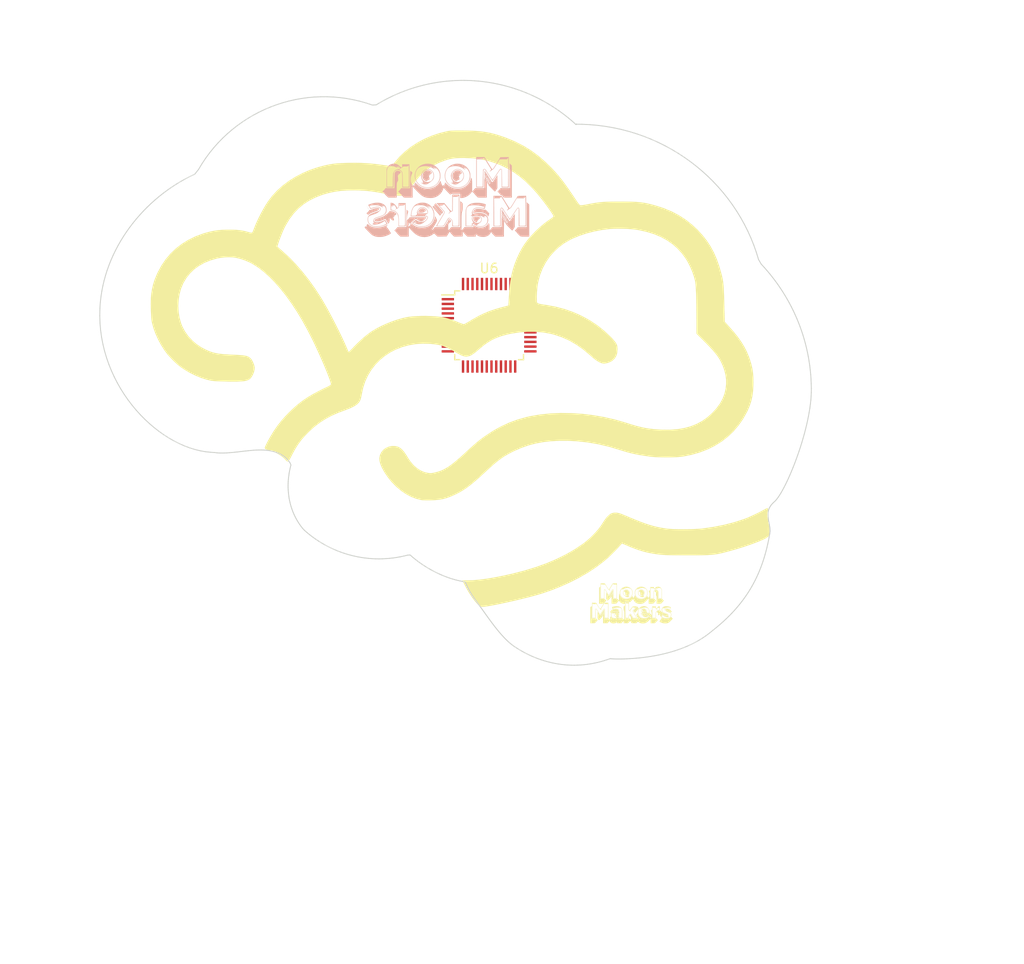
<source format=kicad_pcb>
(kicad_pcb (version 20171130) (host pcbnew "(5.1.4-0-10_14)")
  (layers (0 F.Cu signal) (31 B.Cu signal) (34 B.Paste user) (35 F.Paste user) (36 B.SilkS user) (37 F.SilkS user) (38 B.Mask user) (39 F.Mask user) (44 Edge.Cuts user))
  (net 0 "")
  (net 1 GND)
  (net 2 "Net-(U6-Pad1)")
  (net 3 "Net-(U6-Pad2)")
  (net 4 "Net-(U6-Pad3)")
  (net 5 "Net-(U6-Pad4)")
  (net 6 "Net-(U6-Pad5)")
  (net 7 "Net-(U6-Pad6)")
  (net 8 "Net-(U6-Pad7)")
  (net 9 "Net-(U6-Pad8)")
  (net 10 "Net-(U6-Pad9)")
  (net 11 "Net-(U6-Pad10)")
  (net 12 "Net-(U6-Pad11)")
  (net 13 "Net-(U6-Pad12)")
  (net 14 "Net-(U6-Pad13)")
  (net 15 "Net-(U6-Pad14)")
  (net 16 "Net-(U6-Pad15)")
  (net 17 "Net-(U6-Pad16)")
  (net 18 "Net-(U6-Pad17)")
  (net 19 "Net-(U6-Pad18)")
  (net 20 "Net-(U6-Pad19)")
  (net 21 "Net-(U6-Pad20)")
  (net 22 "Net-(U6-Pad21)")
  (net 23 "Net-(U6-Pad22)")
  (net 24 "Net-(U6-Pad23)")
  (net 25 "Net-(U6-Pad24)")
  (net 26 "Net-(U6-Pad25)")
  (net 27 "Net-(U6-Pad26)")
  (net 28 "Net-(U6-Pad27)")
  (net 29 "Net-(U6-Pad28)")
  (net 30 "Net-(U6-Pad29)")
  (net 31 "Net-(U6-Pad30)")
  (net 32 "Net-(U6-Pad31)")
  (net 33 "Net-(U6-Pad32)")
  (net 34 "Net-(U6-Pad33)")
  (net 35 "Net-(U6-Pad34)")
  (net 36 "Net-(U6-Pad37)")
  (net 37 "Net-(U6-Pad38)")
  (net 38 "Net-(U6-Pad39)")
  (net 39 "Net-(U6-Pad40)")
  (net 40 "Net-(U6-Pad41)")
  (net 41 "Net-(U6-Pad43)")
  (net 42 "Net-(U6-Pad44)")
  (net 43 "Net-(U6-Pad45)")
  (net 44 "Net-(U6-Pad46)")
  (net 45 "Net-(U6-Pad47)")
  (net 46 "Net-(U6-Pad48)")
  (module Aesthetics:MoonMakers_2 (layer F.Cu) (at 161.8 114.45)
    (fp_text reference G*** hide)
    (fp_text value LOGO hide)
  )
  (module Aesthetics:MoonMakers (layer B.Cu) (at 142.425 71.65 180)
    (fp_text reference G*** hide)
    (fp_text value LOGO hide)
  )
  (module Cerebro_001 (layer F.Cu) (at 143.275 87.9)
    (fp_text reference Ref** hide)
    (fp_text value Val** hide)
    (fp_line (start 1.235235 -28.620704) (end 0.98881 -28.626036) (layer Edge.Cuts) (width 0.1))
    (fp_line (start 1.63087 -28.606754) (end 1.235235 -28.620704) (layer Edge.Cuts) (width 0.1))
    (fp_line (start 2.026007 -28.581354) (end 1.63087 -28.606754) (layer Edge.Cuts) (width 0.1))
    (fp_line (start 2.420471 -28.548674) (end 2.026007 -28.581354) (layer Edge.Cuts) (width 0.1))
    (fp_line (start 2.814114 -28.507824) (end 2.420471 -28.548674) (layer Edge.Cuts) (width 0.1))
    (fp_line (start 3.206773 -28.457324) (end 2.814114 -28.507824) (layer Edge.Cuts) (width 0.1))
    (fp_line (start 3.598288 -28.398164) (end 3.206773 -28.457324) (layer Edge.Cuts) (width 0.1))
    (fp_line (start 3.988509 -28.330434) (end 3.598288 -28.398164) (layer Edge.Cuts) (width 0.1))
    (fp_line (start 4.377274 -28.253774) (end 3.988509 -28.330434) (layer Edge.Cuts) (width 0.1))
    (fp_line (start 4.764358 -28.168764) (end 4.377274 -28.253774) (layer Edge.Cuts) (width 0.1))
    (fp_line (start 5.149743 -28.074514) (end 4.764358 -28.168764) (layer Edge.Cuts) (width 0.1))
    (fp_line (start 5.533202 -27.971397) (end 5.149743 -28.074514) (layer Edge.Cuts) (width 0.1))
    (fp_line (start 5.91458 -27.8601) (end 5.533202 -27.971397) (layer Edge.Cuts) (width 0.1))
    (fp_line (start 6.293712 -27.739485) (end 5.91458 -27.8601) (layer Edge.Cuts) (width 0.1))
    (fp_line (start 6.670374 -27.610711) (end 6.293712 -27.739485) (layer Edge.Cuts) (width 0.1))
    (fp_line (start 7.044478 -27.473113) (end 6.670374 -27.610711) (layer Edge.Cuts) (width 0.1))
    (fp_line (start 7.415869 -27.326424) (end 7.044478 -27.473113) (layer Edge.Cuts) (width 0.1))
    (fp_line (start 7.78432 -27.171642) (end 7.415869 -27.326424) (layer Edge.Cuts) (width 0.1))
    (fp_line (start 8.149723 -27.007572) (end 7.78432 -27.171642) (layer Edge.Cuts) (width 0.1))
    (fp_line (start 8.512027 -26.835258) (end 8.149723 -27.007572) (layer Edge.Cuts) (width 0.1))
    (fp_line (start 8.871061 -26.654598) (end 8.512027 -26.835258) (layer Edge.Cuts) (width 0.1))
    (fp_line (start 9.226585 -26.464745) (end 8.871061 -26.654598) (layer Edge.Cuts) (width 0.1))
    (fp_line (start 9.578313 -26.266902) (end 9.226585 -26.464745) (layer Edge.Cuts) (width 0.1))
    (fp_line (start 9.926291 -26.060161) (end 9.578313 -26.266902) (layer Edge.Cuts) (width 0.1))
    (fp_line (start 10.270373 -25.844529) (end 9.926291 -26.060161) (layer Edge.Cuts) (width 0.1))
    (fp_line (start 10.610312 -25.620985) (end 10.270373 -25.844529) (layer Edge.Cuts) (width 0.1))
    (fp_line (start 10.945969 -25.388325) (end 10.610312 -25.620985) (layer Edge.Cuts) (width 0.1))
    (fp_line (start 11.277173 -25.147561) (end 10.945969 -25.388325) (layer Edge.Cuts) (width 0.1))
    (fp_line (start 11.60377 -24.898318) (end 11.277173 -25.147561) (layer Edge.Cuts) (width 0.1))
    (fp_line (start 11.925547 -24.640264) (end 11.60377 -24.898318) (layer Edge.Cuts) (width 0.1))
    (fp_line (start 12.242467 -24.374039) (end 11.925547 -24.640264) (layer Edge.Cuts) (width 0.1))
    (fp_line (start 12.554312 -24.099138) (end 12.242467 -24.374039) (layer Edge.Cuts) (width 0.1))
    (fp_line (start 12.655221 -24.004758) (end 12.554312 -24.099138) (layer Edge.Cuts) (width 0.1))
    (fp_line (start 12.658021 -24.004758) (end 12.655221 -24.004758) (layer Edge.Cuts) (width 0.1))
    (fp_line (start 12.660821 -24.004758) (end 12.658021 -24.004758) (layer Edge.Cuts) (width 0.1))
    (fp_line (start 12.663621 -24.004758) (end 12.660821 -24.004758) (layer Edge.Cuts) (width 0.1))
    (fp_line (start 12.666421 -24.004758) (end 12.663621 -24.004758) (layer Edge.Cuts) (width 0.1))
    (fp_line (start 12.669221 -24.004758) (end 12.666421 -24.004758) (layer Edge.Cuts) (width 0.1))
    (fp_line (start 12.672021 -24.004758) (end 12.669221 -24.004758) (layer Edge.Cuts) (width 0.1))
    (fp_line (start 12.674821 -24.004758) (end 12.672021 -24.004758) (layer Edge.Cuts) (width 0.1))
    (fp_line (start 12.677621 -24.004758) (end 12.674821 -24.004758) (layer Edge.Cuts) (width 0.1))
    (fp_line (start 12.680421 -24.004758) (end 12.677621 -24.004758) (layer Edge.Cuts) (width 0.1))
    (fp_line (start 12.683221 -24.004758) (end 12.680421 -24.004758) (layer Edge.Cuts) (width 0.1))
    (fp_line (start 12.686021 -24.004758) (end 12.683221 -24.004758) (layer Edge.Cuts) (width 0.1))
    (fp_line (start 12.688821 -24.004758) (end 12.686021 -24.004758) (layer Edge.Cuts) (width 0.1))
    (fp_line (start 12.691621 -24.004758) (end 12.688821 -24.004758) (layer Edge.Cuts) (width 0.1))
    (fp_line (start 12.694421 -24.004758) (end 12.691621 -24.004758) (layer Edge.Cuts) (width 0.1))
    (fp_line (start 12.697221 -24.004758) (end 12.694421 -24.004758) (layer Edge.Cuts) (width 0.1))
    (fp_line (start 12.700021 -24.004758) (end 12.697221 -24.004758) (layer Edge.Cuts) (width 0.1))
    (fp_line (start 12.702821 -24.004758) (end 12.700021 -24.004758) (layer Edge.Cuts) (width 0.1))
    (fp_line (start 12.705621 -24.004758) (end 12.702821 -24.004758) (layer Edge.Cuts) (width 0.1))
    (fp_line (start 12.708421 -24.004758) (end 12.705621 -24.004758) (layer Edge.Cuts) (width 0.1))
    (fp_line (start 12.711221 -24.004758) (end 12.708421 -24.004758) (layer Edge.Cuts) (width 0.1))
    (fp_line (start 12.714021 -24.004758) (end 12.711221 -24.004758) (layer Edge.Cuts) (width 0.1))
    (fp_line (start 12.716821 -24.004758) (end 12.714021 -24.004758) (layer Edge.Cuts) (width 0.1))
    (fp_line (start 12.719621 -24.004758) (end 12.716821 -24.004758) (layer Edge.Cuts) (width 0.1))
    (fp_line (start 12.722421 -24.004758) (end 12.719621 -24.004758) (layer Edge.Cuts) (width 0.1))
    (fp_line (start 12.725221 -24.004758) (end 12.722421 -24.004758) (layer Edge.Cuts) (width 0.1))
    (fp_line (start 12.728021 -24.004758) (end 12.725221 -24.004758) (layer Edge.Cuts) (width 0.1))
    (fp_line (start 12.730821 -24.004758) (end 12.728021 -24.004758) (layer Edge.Cuts) (width 0.1))
    (fp_line (start 12.733621 -24.004758) (end 12.730821 -24.004758) (layer Edge.Cuts) (width 0.1))
    (fp_line (start 12.736421 -24.004758) (end 12.733621 -24.004758) (layer Edge.Cuts) (width 0.1))
    (fp_line (start 12.739221 -24.004758) (end 12.736421 -24.004758) (layer Edge.Cuts) (width 0.1))
    (fp_line (start 12.742021 -24.004758) (end 12.739221 -24.004758) (layer Edge.Cuts) (width 0.1))
    (fp_line (start 13.320834 -23.998258) (end 12.742021 -24.004758) (layer Edge.Cuts) (width 0.1))
    (fp_line (start 14.176471 -23.956858) (end 13.320834 -23.998258) (layer Edge.Cuts) (width 0.1))
    (fp_line (start 15.022281 -23.879938) (end 14.176471 -23.956858) (layer Edge.Cuts) (width 0.1))
    (fp_line (start 15.857509 -23.769605) (end 15.022281 -23.879938) (layer Edge.Cuts) (width 0.1))
    (fp_line (start 16.681421 -23.624968) (end 15.857509 -23.769605) (layer Edge.Cuts) (width 0.1))
    (fp_line (start 17.493274 -23.448299) (end 16.681421 -23.624968) (layer Edge.Cuts) (width 0.1))
    (fp_line (start 18.292332 -23.239445) (end 17.493274 -23.448299) (layer Edge.Cuts) (width 0.1))
    (fp_line (start 19.077844 -22.999026) (end 18.292332 -23.239445) (layer Edge.Cuts) (width 0.1))
    (fp_line (start 19.84908 -22.728343) (end 19.077844 -22.999026) (layer Edge.Cuts) (width 0.1))
    (fp_line (start 20.605301 -22.427732) (end 19.84908 -22.728343) (layer Edge.Cuts) (width 0.1))
    (fp_line (start 21.345703 -22.098012) (end 20.605301 -22.427732) (layer Edge.Cuts) (width 0.1))
    (fp_line (start 22.069656 -21.73994) (end 21.345703 -22.098012) (layer Edge.Cuts) (width 0.1))
    (fp_line (start 22.776378 -21.354224) (end 22.069656 -21.73994) (layer Edge.Cuts) (width 0.1))
    (fp_line (start 23.465111 -20.941586) (end 22.776378 -21.354224) (layer Edge.Cuts) (width 0.1))
    (fp_line (start 24.135131 -20.502746) (end 23.465111 -20.941586) (layer Edge.Cuts) (width 0.1))
    (fp_line (start 24.785639 -20.038286) (end 24.135131 -20.502746) (layer Edge.Cuts) (width 0.1))
    (fp_line (start 25.416016 -19.549168) (end 24.785639 -20.038286) (layer Edge.Cuts) (width 0.1))
    (fp_line (start 26.025404 -19.03603) (end 25.416016 -19.549168) (layer Edge.Cuts) (width 0.1))
    (fp_line (start 26.613145 -18.499681) (end 26.025404 -19.03603) (layer Edge.Cuts) (width 0.1))
    (fp_line (start 27.178458 -17.940715) (end 26.613145 -18.499681) (layer Edge.Cuts) (width 0.1))
    (fp_line (start 27.720534 -17.359818) (end 27.178458 -17.940715) (layer Edge.Cuts) (width 0.1))
    (fp_line (start 28.238777 -16.757548) (end 27.720534 -17.359818) (layer Edge.Cuts) (width 0.1))
    (fp_line (start 28.732378 -16.135303) (end 28.238777 -16.757548) (layer Edge.Cuts) (width 0.1))
    (fp_line (start 29.200613 -15.493266) (end 28.732378 -16.135303) (layer Edge.Cuts) (width 0.1))
    (fp_line (start 29.642739 -14.832406) (end 29.200613 -15.493266) (layer Edge.Cuts) (width 0.1))
    (fp_line (start 30.057825 -14.153184) (end 29.642739 -14.832406) (layer Edge.Cuts) (width 0.1))
    (fp_line (start 30.445552 -13.456289) (end 30.057825 -14.153184) (layer Edge.Cuts) (width 0.1))
    (fp_line (start 30.804683 -12.742816) (end 30.445552 -13.456289) (layer Edge.Cuts) (width 0.1))
    (fp_line (start 31.134773 -12.012932) (end 30.804683 -12.742816) (layer Edge.Cuts) (width 0.1))
    (fp_line (start 31.435019 -11.267836) (end 31.134773 -12.012932) (layer Edge.Cuts) (width 0.1))
    (fp_line (start 31.704717 -10.507883) (end 31.435019 -11.267836) (layer Edge.Cuts) (width 0.1))
    (fp_line (start 31.942961 -9.734661) (end 31.704717 -10.507883) (layer Edge.Cuts) (width 0.1))
    (fp_line (start 32.225151 -9.252917) (end 31.942961 -9.734661) (layer Edge.Cuts) (width 0.1))
    (fp_line (start 32.535081 -8.915785) (end 32.225151 -9.252917) (layer Edge.Cuts) (width 0.1))
    (fp_line (start 32.837031 -8.571478) (end 32.535081 -8.915785) (layer Edge.Cuts) (width 0.1))
    (fp_line (start 33.131062 -8.220314) (end 32.837031 -8.571478) (layer Edge.Cuts) (width 0.1))
    (fp_line (start 33.416652 -7.862508) (end 33.131062 -8.220314) (layer Edge.Cuts) (width 0.1))
    (fp_line (start 33.693963 -7.498008) (end 33.416652 -7.862508) (layer Edge.Cuts) (width 0.1))
    (fp_line (start 33.962862 -7.127105) (end 33.693963 -7.498008) (layer Edge.Cuts) (width 0.1))
    (fp_line (start 34.222726 -6.749837) (end 33.962862 -7.127105) (layer Edge.Cuts) (width 0.1))
    (fp_line (start 34.474255 -6.366257) (end 34.222726 -6.749837) (layer Edge.Cuts) (width 0.1))
    (fp_line (start 34.716568 -5.976589) (end 34.474255 -6.366257) (layer Edge.Cuts) (width 0.1))
    (fp_line (start 34.950208 -5.581206) (end 34.716568 -5.976589) (layer Edge.Cuts) (width 0.1))
    (fp_line (start 35.174631 -5.180129) (end 34.950208 -5.581206) (layer Edge.Cuts) (width 0.1))
    (fp_line (start 35.389059 -4.773298) (end 35.174631 -5.180129) (layer Edge.Cuts) (width 0.1))
    (fp_line (start 35.594595 -4.361058) (end 35.389059 -4.773298) (layer Edge.Cuts) (width 0.1))
    (fp_line (start 35.790052 -3.943533) (end 35.594595 -4.361058) (layer Edge.Cuts) (width 0.1))
    (fp_line (start 35.976319 -3.520806) (end 35.790052 -3.943533) (layer Edge.Cuts) (width 0.1))
    (fp_line (start 36.151984 -3.092998) (end 35.976319 -3.520806) (layer Edge.Cuts) (width 0.1))
    (fp_line (start 36.318169 -2.660252) (end 36.151984 -3.092998) (layer Edge.Cuts) (width 0.1))
    (fp_line (start 36.473847 -2.222709) (end 36.318169 -2.660252) (layer Edge.Cuts) (width 0.1))
    (fp_line (start 36.619127 -1.780495) (end 36.473847 -2.222709) (layer Edge.Cuts) (width 0.1))
    (fp_line (start 36.754416 -1.333772) (end 36.619127 -1.780495) (layer Edge.Cuts) (width 0.1))
    (fp_line (start 36.878204 -0.882671) (end 36.754416 -1.333772) (layer Edge.Cuts) (width 0.1))
    (fp_line (start 36.992184 -0.427328) (end 36.878204 -0.882671) (layer Edge.Cuts) (width 0.1))
    (fp_line (start 37.094324 0.03213) (end 36.992184 -0.427328) (layer Edge.Cuts) (width 0.1))
    (fp_line (start 37.186194 0.495537) (end 37.094324 0.03213) (layer Edge.Cuts) (width 0.1))
    (fp_line (start 37.266254 0.962786) (end 37.186194 0.495537) (layer Edge.Cuts) (width 0.1))
    (fp_line (start 37.335474 1.433712) (end 37.266254 0.962786) (layer Edge.Cuts) (width 0.1))
    (fp_line (start 37.392724 1.90819) (end 37.335474 1.433712) (layer Edge.Cuts) (width 0.1))
    (fp_line (start 37.438864 2.386075) (end 37.392724 1.90819) (layer Edge.Cuts) (width 0.1))
    (fp_line (start 37.470934 2.867229) (end 37.438864 2.386075) (layer Edge.Cuts) (width 0.1))
    (fp_line (start 37.493944 3.351523) (end 37.470934 2.867229) (layer Edge.Cuts) (width 0.1))
    (fp_line (start 37.507244 3.838814) (end 37.493944 3.351523) (layer Edge.Cuts) (width 0.1))
    (fp_line (start 37.504044 4.261866) (end 37.507244 3.838814) (layer Edge.Cuts) (width 0.1))
    (fp_line (start 37.484694 4.664138) (end 37.504044 4.261866) (layer Edge.Cuts) (width 0.1))
    (fp_line (start 37.452064 5.078711) (end 37.484694 4.664138) (layer Edge.Cuts) (width 0.1))
    (fp_line (start 37.405984 5.504087) (end 37.452064 5.078711) (layer Edge.Cuts) (width 0.1))
    (fp_line (start 37.346824 5.938783) (end 37.405984 5.504087) (layer Edge.Cuts) (width 0.1))
    (fp_line (start 37.275034 6.381309) (end 37.346824 5.938783) (layer Edge.Cuts) (width 0.1))
    (fp_line (start 37.192474 6.830178) (end 37.275034 6.381309) (layer Edge.Cuts) (width 0.1))
    (fp_line (start 37.098834 7.283898) (end 37.192474 6.830178) (layer Edge.Cuts) (width 0.1))
    (fp_line (start 36.995063 7.740992) (end 37.098834 7.283898) (layer Edge.Cuts) (width 0.1))
    (fp_line (start 36.882725 8.199955) (end 36.995063 7.740992) (layer Edge.Cuts) (width 0.1))
    (fp_line (start 36.761327 8.659326) (end 36.882725 8.199955) (layer Edge.Cuts) (width 0.1))
    (fp_line (start 36.632769 9.117602) (end 36.761327 8.659326) (layer Edge.Cuts) (width 0.1))
    (fp_line (start 36.49753 9.573297) (end 36.632769 9.117602) (layer Edge.Cuts) (width 0.1))
    (fp_line (start 36.355941 10.024922) (end 36.49753 9.573297) (layer Edge.Cuts) (width 0.1))
    (fp_line (start 36.208703 10.470993) (end 36.355941 10.024922) (layer Edge.Cuts) (width 0.1))
    (fp_line (start 36.057293 10.910032) (end 36.208703 10.470993) (layer Edge.Cuts) (width 0.1))
    (fp_line (start 35.902238 11.340542) (end 36.057293 10.910032) (layer Edge.Cuts) (width 0.1))
    (fp_line (start 35.744266 11.761028) (end 35.902238 11.340542) (layer Edge.Cuts) (width 0.1))
    (fp_line (start 35.583799 12.170014) (end 35.744266 11.761028) (layer Edge.Cuts) (width 0.1))
    (fp_line (start 35.42189 12.566017) (end 35.583799 12.170014) (layer Edge.Cuts) (width 0.1))
    (fp_line (start 35.259255 12.947544) (end 35.42189 12.566017) (layer Edge.Cuts) (width 0.1))
    (fp_line (start 35.096767 13.313105) (end 35.259255 12.947544) (layer Edge.Cuts) (width 0.1))
    (fp_line (start 34.935103 13.661214) (end 35.096767 13.313105) (layer Edge.Cuts) (width 0.1))
    (fp_line (start 34.774796 13.99039) (end 34.935103 13.661214) (layer Edge.Cuts) (width 0.1))
    (fp_line (start 34.616877 14.299173) (end 34.774796 13.99039) (layer Edge.Cuts) (width 0.1))
    (fp_line (start 34.462376 14.586078) (end 34.616877 14.299173) (layer Edge.Cuts) (width 0.1))
    (fp_line (start 34.311895 14.849514) (end 34.462376 14.586078) (layer Edge.Cuts) (width 0.1))
    (fp_line (start 34.166024 15.088195) (end 34.311895 14.849514) (layer Edge.Cuts) (width 0.1))
    (fp_line (start 34.025349 15.299954) (end 34.166024 15.088195) (layer Edge.Cuts) (width 0.1))
    (fp_line (start 33.890896 15.484316) (end 34.025349 15.299954) (layer Edge.Cuts) (width 0.1))
    (fp_line (start 33.764001 15.639598) (end 33.890896 15.484316) (layer Edge.Cuts) (width 0.1))
    (fp_line (start 33.644125 15.763471) (end 33.764001 15.639598) (layer Edge.Cuts) (width 0.1))
    (fp_line (start 33.533639 15.860741) (end 33.644125 15.763471) (layer Edge.Cuts) (width 0.1))
    (fp_line (start 33.434199 15.957741) (end 33.533639 15.860741) (layer Edge.Cuts) (width 0.1))
    (fp_line (start 33.345099 16.054541) (end 33.434199 15.957741) (layer Edge.Cuts) (width 0.1))
    (fp_line (start 33.266739 16.151111) (end 33.345099 16.054541) (layer Edge.Cuts) (width 0.1))
    (fp_line (start 33.197489 16.247531) (end 33.266739 16.151111) (layer Edge.Cuts) (width 0.1))
    (fp_line (start 33.138099 16.343911) (end 33.197489 16.247531) (layer Edge.Cuts) (width 0.1))
    (fp_line (start 33.086409 16.440071) (end 33.138099 16.343911) (layer Edge.Cuts) (width 0.1))
    (fp_line (start 33.042859 16.536271) (end 33.086409 16.440071) (layer Edge.Cuts) (width 0.1))
    (fp_line (start 33.007609 16.632301) (end 33.042859 16.536271) (layer Edge.Cuts) (width 0.1))
    (fp_line (start 32.981359 16.728411) (end 33.007609 16.632301) (layer Edge.Cuts) (width 0.1))
    (fp_line (start 32.959329 16.824501) (end 32.981359 16.728411) (layer Edge.Cuts) (width 0.1))
    (fp_line (start 32.943409 16.920611) (end 32.959329 16.824501) (layer Edge.Cuts) (width 0.1))
    (fp_line (start 32.931209 17.016781) (end 32.943409 16.920611) (layer Edge.Cuts) (width 0.1))
    (fp_line (start 32.925058 17.113061) (end 32.931209 17.016781) (layer Edge.Cuts) (width 0.1))
    (fp_line (start 32.925209 17.209451) (end 32.925058 17.113061) (layer Edge.Cuts) (width 0.1))
    (fp_line (start 32.930609 17.305961) (end 32.925209 17.209451) (layer Edge.Cuts) (width 0.1))
    (fp_line (start 32.939109 17.402651) (end 32.930609 17.305961) (layer Edge.Cuts) (width 0.1))
    (fp_line (start 32.949649 17.499521) (end 32.939109 17.402651) (layer Edge.Cuts) (width 0.1))
    (fp_line (start 32.962939 17.596621) (end 32.949649 17.499521) (layer Edge.Cuts) (width 0.1))
    (fp_line (start 32.978789 17.693951) (end 32.962939 17.596621) (layer Edge.Cuts) (width 0.1))
    (fp_line (start 32.996549 17.791561) (end 32.978789 17.693951) (layer Edge.Cuts) (width 0.1))
    (fp_line (start 33.015139 17.889521) (end 32.996549 17.791561) (layer Edge.Cuts) (width 0.1))
    (fp_line (start 33.034389 17.987751) (end 33.015139 17.889521) (layer Edge.Cuts) (width 0.1))
    (fp_line (start 33.053869 18.086361) (end 33.034389 17.987751) (layer Edge.Cuts) (width 0.1))
    (fp_line (start 33.073159 18.185371) (end 33.053869 18.086361) (layer Edge.Cuts) (width 0.1))
    (fp_line (start 33.092079 18.284821) (end 33.073159 18.185371) (layer Edge.Cuts) (width 0.1))
    (fp_line (start 33.109629 18.384661) (end 33.092079 18.284821) (layer Edge.Cuts) (width 0.1))
    (fp_line (start 33.125249 18.485005) (end 33.109629 18.384661) (layer Edge.Cuts) (width 0.1))
    (fp_line (start 33.138489 18.585792) (end 33.125249 18.485005) (layer Edge.Cuts) (width 0.1))
    (fp_line (start 33.149789 18.687111) (end 33.138489 18.585792) (layer Edge.Cuts) (width 0.1))
    (fp_line (start 33.159089 18.788969) (end 33.149789 18.687111) (layer Edge.Cuts) (width 0.1))
    (fp_line (start 33.163359 18.891387) (end 33.159089 18.788969) (layer Edge.Cuts) (width 0.1))
    (fp_line (start 33.121539 19.173932) (end 33.163359 18.891387) (layer Edge.Cuts) (width 0.1))
    (fp_line (start 33.055129 19.543473) (end 33.121539 19.173932) (layer Edge.Cuts) (width 0.1))
    (fp_line (start 32.983289 19.909701) (end 33.055129 19.543473) (layer Edge.Cuts) (width 0.1))
    (fp_line (start 32.905309 20.272688) (end 32.983289 19.909701) (layer Edge.Cuts) (width 0.1))
    (fp_line (start 32.821629 20.632489) (end 32.905309 20.272688) (layer Edge.Cuts) (width 0.1))
    (fp_line (start 32.731929 20.989124) (end 32.821629 20.632489) (layer Edge.Cuts) (width 0.1))
    (fp_line (start 32.635139 21.342694) (end 32.731929 20.989124) (layer Edge.Cuts) (width 0.1))
    (fp_line (start 32.531603 21.693224) (end 32.635139 21.342694) (layer Edge.Cuts) (width 0.1))
    (fp_line (start 32.421168 22.04077) (end 32.531603 21.693224) (layer Edge.Cuts) (width 0.1))
    (fp_line (start 32.302642 22.385398) (end 32.421168 22.04077) (layer Edge.Cuts) (width 0.1))
    (fp_line (start 32.176303 22.72716) (end 32.302642 22.385398) (layer Edge.Cuts) (width 0.1))
    (fp_line (start 32.042222 23.066102) (end 32.176303 22.72716) (layer Edge.Cuts) (width 0.1))
    (fp_line (start 31.898926 23.402284) (end 32.042222 23.066102) (layer Edge.Cuts) (width 0.1))
    (fp_line (start 31.747485 23.735765) (end 31.898926 23.402284) (layer Edge.Cuts) (width 0.1))
    (fp_line (start 31.586511 24.066588) (end 31.747485 23.735765) (layer Edge.Cuts) (width 0.1))
    (fp_line (start 31.415767 24.39482) (end 31.586511 24.066588) (layer Edge.Cuts) (width 0.1))
    (fp_line (start 31.235979 24.720501) (end 31.415767 24.39482) (layer Edge.Cuts) (width 0.1))
    (fp_line (start 31.045245 25.043695) (end 31.235979 24.720501) (layer Edge.Cuts) (width 0.1))
    (fp_line (start 30.844742 25.364469) (end 31.045245 25.043695) (layer Edge.Cuts) (width 0.1))
    (fp_line (start 30.632965 25.682849) (end 30.844742 25.364469) (layer Edge.Cuts) (width 0.1))
    (fp_line (start 30.410564 25.998895) (end 30.632965 25.682849) (layer Edge.Cuts) (width 0.1))
    (fp_line (start 30.176361 26.312687) (end 30.410564 25.998895) (layer Edge.Cuts) (width 0.1))
    (fp_line (start 29.930818 26.624259) (end 30.176361 26.312687) (layer Edge.Cuts) (width 0.1))
    (fp_line (start 29.672905 26.933664) (end 29.930818 26.624259) (layer Edge.Cuts) (width 0.1))
    (fp_line (start 29.403015 27.240965) (end 29.672905 26.933664) (layer Edge.Cuts) (width 0.1))
    (fp_line (start 29.120184 27.546206) (end 29.403015 27.240965) (layer Edge.Cuts) (width 0.1))
    (fp_line (start 28.824465 27.849447) (end 29.120184 27.546206) (layer Edge.Cuts) (width 0.1))
    (fp_line (start 28.515445 28.150751) (end 28.824465 27.849447) (layer Edge.Cuts) (width 0.1))
    (fp_line (start 28.192814 28.450149) (end 28.515445 28.150751) (layer Edge.Cuts) (width 0.1))
    (fp_line (start 27.856245 28.747717) (end 28.192814 28.450149) (layer Edge.Cuts) (width 0.1))
    (fp_line (start 27.505413 29.043522) (end 27.856245 28.747717) (layer Edge.Cuts) (width 0.1))
    (fp_line (start 27.140017 29.337591) (end 27.505413 29.043522) (layer Edge.Cuts) (width 0.1))
    (fp_line (start 26.776476 29.63355) (end 27.140017 29.337591) (layer Edge.Cuts) (width 0.1))
    (fp_line (start 26.406856 29.912978) (end 26.776476 29.63355) (layer Edge.Cuts) (width 0.1))
    (fp_line (start 26.024268 30.172951) (end 26.406856 29.912978) (layer Edge.Cuts) (width 0.1))
    (fp_line (start 25.63031 30.414095) (end 26.024268 30.172951) (layer Edge.Cuts) (width 0.1))
    (fp_line (start 25.226535 30.637246) (end 25.63031 30.414095) (layer Edge.Cuts) (width 0.1))
    (fp_line (start 24.814482 30.843489) (end 25.226535 30.637246) (layer Edge.Cuts) (width 0.1))
    (fp_line (start 24.39574 31.032893) (end 24.814482 30.843489) (layer Edge.Cuts) (width 0.1))
    (fp_line (start 23.971856 31.205836) (end 24.39574 31.032893) (layer Edge.Cuts) (width 0.1))
    (fp_line (start 23.544387 31.363958) (end 23.971856 31.205836) (layer Edge.Cuts) (width 0.1))
    (fp_line (start 23.114903 31.507811) (end 23.544387 31.363958) (layer Edge.Cuts) (width 0.1))
    (fp_line (start 22.684966 31.637044) (end 23.114903 31.507811) (layer Edge.Cuts) (width 0.1))
    (fp_line (start 22.256131 31.753618) (end 22.684966 31.637044) (layer Edge.Cuts) (width 0.1))
    (fp_line (start 21.829966 31.856938) (end 22.256131 31.753618) (layer Edge.Cuts) (width 0.1))
    (fp_line (start 21.408028 31.949138) (end 21.829966 31.856938) (layer Edge.Cuts) (width 0.1))
    (fp_line (start 20.991871 32.029398) (end 21.408028 31.949138) (layer Edge.Cuts) (width 0.1))
    (fp_line (start 20.583071 32.099498) (end 20.991871 32.029398) (layer Edge.Cuts) (width 0.1))
    (fp_line (start 20.183185 32.159178) (end 20.583071 32.099498) (layer Edge.Cuts) (width 0.1))
    (fp_line (start 19.793764 32.210748) (end 20.183185 32.159178) (layer Edge.Cuts) (width 0.1))
    (fp_line (start 19.416374 32.253438) (end 19.793764 32.210748) (layer Edge.Cuts) (width 0.1))
    (fp_line (start 19.052588 32.287608) (end 19.416374 32.253438) (layer Edge.Cuts) (width 0.1))
    (fp_line (start 18.703958 32.313608) (end 19.052588 32.287608) (layer Edge.Cuts) (width 0.1))
    (fp_line (start 18.372042 32.335078) (end 18.703958 32.313608) (layer Edge.Cuts) (width 0.1))
    (fp_line (start 18.058404 32.350748) (end 18.372042 32.335078) (layer Edge.Cuts) (width 0.1))
    (fp_line (start 17.764669 32.362648) (end 18.058404 32.350748) (layer Edge.Cuts) (width 0.1))
    (fp_line (start 17.492286 32.370148) (end 17.764669 32.362648) (layer Edge.Cuts) (width 0.1))
    (fp_line (start 17.242998 32.372663) (end 17.492286 32.370148) (layer Edge.Cuts) (width 0.1))
    (fp_line (start 17.017849 32.371248) (end 17.242998 32.372663) (layer Edge.Cuts) (width 0.1))
    (fp_line (start 16.818869 32.366648) (end 17.017849 32.371248) (layer Edge.Cuts) (width 0.1))
    (fp_line (start 16.64783 32.359748) (end 16.818869 32.366648) (layer Edge.Cuts) (width 0.1))
    (fp_line (start 16.506065 32.351548) (end 16.64783 32.359748) (layer Edge.Cuts) (width 0.1))
    (fp_line (start 16.394521 32.342848) (end 16.506065 32.351548) (layer Edge.Cuts) (width 0.1))
    (fp_line (start 16.315991 32.334548) (end 16.394521 32.342848) (layer Edge.Cuts) (width 0.1))
    (fp_line (start 16.055492 32.419258) (end 16.315991 32.334548) (layer Edge.Cuts) (width 0.1))
    (fp_line (start 15.691929 32.537874) (end 16.055492 32.419258) (layer Edge.Cuts) (width 0.1))
    (fp_line (start 15.330247 32.642317) (end 15.691929 32.537874) (layer Edge.Cuts) (width 0.1))
    (fp_line (start 14.970585 32.734057) (end 15.330247 32.642317) (layer Edge.Cuts) (width 0.1))
    (fp_line (start 14.613068 32.812167) (end 14.970585 32.734057) (layer Edge.Cuts) (width 0.1))
    (fp_line (start 14.257841 32.877997) (end 14.613068 32.812167) (layer Edge.Cuts) (width 0.1))
    (fp_line (start 13.905041 32.931557) (end 14.257841 32.877997) (layer Edge.Cuts) (width 0.1))
    (fp_line (start 13.554795 32.972367) (end 13.905041 32.931557) (layer Edge.Cuts) (width 0.1))
    (fp_line (start 13.207264 33.000177) (end 13.554795 32.972367) (layer Edge.Cuts) (width 0.1))
    (fp_line (start 12.862568 33.019167) (end 13.207264 33.000177) (layer Edge.Cuts) (width 0.1))
    (fp_line (start 12.52086 33.027917) (end 12.862568 33.019167) (layer Edge.Cuts) (width 0.1))
    (fp_line (start 12.182268 33.022867) (end 12.52086 33.027917) (layer Edge.Cuts) (width 0.1))
    (fp_line (start 11.846933 33.008967) (end 12.182268 33.022867) (layer Edge.Cuts) (width 0.1))
    (fp_line (start 11.51499 32.981967) (end 11.846933 33.008967) (layer Edge.Cuts) (width 0.1))
    (fp_line (start 11.18658 32.946577) (end 11.51499 32.981967) (layer Edge.Cuts) (width 0.1))
    (fp_line (start 10.861833 32.902067) (end 11.18658 32.946577) (layer Edge.Cuts) (width 0.1))
    (fp_line (start 10.540906 32.847837) (end 10.861833 32.902067) (layer Edge.Cuts) (width 0.1))
    (fp_line (start 10.223918 32.785157) (end 10.540906 32.847837) (layer Edge.Cuts) (width 0.1))
    (fp_line (start 9.91102 32.712987) (end 10.223918 32.785157) (layer Edge.Cuts) (width 0.1))
    (fp_line (start 9.60235 32.632167) (end 9.91102 32.712987) (layer Edge.Cuts) (width 0.1))
    (fp_line (start 9.298028 32.543637) (end 9.60235 32.632167) (layer Edge.Cuts) (width 0.1))
    (fp_line (start 8.998225 32.446667) (end 9.298028 32.543637) (layer Edge.Cuts) (width 0.1))
    (fp_line (start 8.703018 32.342228) (end 8.998225 32.446667) (layer Edge.Cuts) (width 0.1))
    (fp_line (start 8.412576 32.230916) (end 8.703018 32.342228) (layer Edge.Cuts) (width 0.1))
    (fp_line (start 8.127201 32.112047) (end 8.412576 32.230916) (layer Edge.Cuts) (width 0.1))
    (fp_line (start 7.846788 31.986434) (end 8.127201 32.112047) (layer Edge.Cuts) (width 0.1))
    (fp_line (start 7.571483 31.854825) (end 7.846788 31.986434) (layer Edge.Cuts) (width 0.1))
    (fp_line (start 7.301511 31.716814) (end 7.571483 31.854825) (layer Edge.Cuts) (width 0.1))
    (fp_line (start 7.037255 31.572497) (end 7.301511 31.716814) (layer Edge.Cuts) (width 0.1))
    (fp_line (start 6.77838 31.423079) (end 7.037255 31.572497) (layer Edge.Cuts) (width 0.1))
    (fp_line (start 6.525182 31.268572) (end 6.77838 31.423079) (layer Edge.Cuts) (width 0.1))
    (fp_line (start 6.277922 31.10898) (end 6.525182 31.268572) (layer Edge.Cuts) (width 0.1))
    (fp_line (start 6.116797 30.99843) (end 6.277922 31.10898) (layer Edge.Cuts) (width 0.1))
    (fp_line (start 5.99583 30.91025) (end 6.116797 30.99843) (layer Edge.Cuts) (width 0.1))
    (fp_line (start 5.875107 30.81616) (end 5.99583 30.91025) (layer Edge.Cuts) (width 0.1))
    (fp_line (start 5.754654 30.716477) (end 5.875107 30.81616) (layer Edge.Cuts) (width 0.1))
    (fp_line (start 5.634576 30.6124) (end 5.754654 30.716477) (layer Edge.Cuts) (width 0.1))
    (fp_line (start 5.514995 30.503772) (end 5.634576 30.6124) (layer Edge.Cuts) (width 0.1))
    (fp_line (start 5.395918 30.391193) (end 5.514995 30.503772) (layer Edge.Cuts) (width 0.1))
    (fp_line (start 5.277484 30.27439) (end 5.395918 30.391193) (layer Edge.Cuts) (width 0.1))
    (fp_line (start 5.15974 30.154072) (end 5.277484 30.27439) (layer Edge.Cuts) (width 0.1))
    (fp_line (start 5.042768 30.030218) (end 5.15974 30.154072) (layer Edge.Cuts) (width 0.1))
    (fp_line (start 4.926627 29.903803) (end 5.042768 30.030218) (layer Edge.Cuts) (width 0.1))
    (fp_line (start 4.811307 29.774791) (end 4.926627 29.903803) (layer Edge.Cuts) (width 0.1))
    (fp_line (start 4.696927 29.643437) (end 4.811307 29.774791) (layer Edge.Cuts) (width 0.1))
    (fp_line (start 4.583607 29.510317) (end 4.696927 29.643437) (layer Edge.Cuts) (width 0.1))
    (fp_line (start 4.47141 29.3756) (end 4.583607 29.510317) (layer Edge.Cuts) (width 0.1))
    (fp_line (start 4.360578 29.239556) (end 4.47141 29.3756) (layer Edge.Cuts) (width 0.1))
    (fp_line (start 4.251065 29.102494) (end 4.360578 29.239556) (layer Edge.Cuts) (width 0.1))
    (fp_line (start 4.142929 28.964772) (end 4.251065 29.102494) (layer Edge.Cuts) (width 0.1))
    (fp_line (start 4.036069 28.82666) (end 4.142929 28.964772) (layer Edge.Cuts) (width 0.1))
    (fp_line (start 3.930847 28.688572) (end 4.036069 28.82666) (layer Edge.Cuts) (width 0.1))
    (fp_line (start 3.827412 28.550747) (end 3.930847 28.688572) (layer Edge.Cuts) (width 0.1))
    (fp_line (start 3.725655 28.413534) (end 3.827412 28.550747) (layer Edge.Cuts) (width 0.1))
    (fp_line (start 3.625565 28.277251) (end 3.725655 28.413534) (layer Edge.Cuts) (width 0.1))
    (fp_line (start 3.527115 28.142208) (end 3.625565 28.277251) (layer Edge.Cuts) (width 0.1))
    (fp_line (start 3.430735 28.009011) (end 3.527115 28.142208) (layer Edge.Cuts) (width 0.1))
    (fp_line (start 3.336305 27.877746) (end 3.430735 28.009011) (layer Edge.Cuts) (width 0.1))
    (fp_line (start 3.243625 27.748551) (end 3.336305 27.877746) (layer Edge.Cuts) (width 0.1))
    (fp_line (start 3.153225 27.622325) (end 3.243625 27.748551) (layer Edge.Cuts) (width 0.1))
    (fp_line (start 3.065325 27.498993) (end 3.153225 27.622325) (layer Edge.Cuts) (width 0.1))
    (fp_line (start 2.979545 27.378572) (end 3.065325 27.498993) (layer Edge.Cuts) (width 0.1))
    (fp_line (start 2.896055 27.261703) (end 2.979545 27.378572) (layer Edge.Cuts) (width 0.1))
    (fp_line (start 2.815495 27.148549) (end 2.896055 27.261703) (layer Edge.Cuts) (width 0.1))
    (fp_line (start 2.737175 27.039786) (end 2.815495 27.148549) (layer Edge.Cuts) (width 0.1))
    (fp_line (start 2.661115 26.935472) (end 2.737175 27.039786) (layer Edge.Cuts) (width 0.1))
    (fp_line (start 2.587765 26.834862) (end 2.661115 26.935472) (layer Edge.Cuts) (width 0.1))
    (fp_line (start 2.516225 26.737632) (end 2.587765 26.834862) (layer Edge.Cuts) (width 0.1))
    (fp_line (start 2.446645 26.643542) (end 2.516225 26.737632) (layer Edge.Cuts) (width 0.1))
    (fp_line (start 2.379535 26.552282) (end 2.446645 26.643542) (layer Edge.Cuts) (width 0.1))
    (fp_line (start 2.314695 26.464042) (end 2.379535 26.552282) (layer Edge.Cuts) (width 0.1))
    (fp_line (start 2.251325 26.378052) (end 2.314695 26.464042) (layer Edge.Cuts) (width 0.1))
    (fp_line (start 2.189525 26.294012) (end 2.251325 26.378052) (layer Edge.Cuts) (width 0.1))
    (fp_line (start 2.129915 26.212122) (end 2.189525 26.294012) (layer Edge.Cuts) (width 0.1))
    (fp_line (start 2.072025 26.131912) (end 2.129915 26.212122) (layer Edge.Cuts) (width 0.1))
    (fp_line (start 2.015385 26.052692) (end 2.072025 26.131912) (layer Edge.Cuts) (width 0.1))
    (fp_line (start 1.959955 25.974192) (end 2.015385 26.052692) (layer Edge.Cuts) (width 0.1))
    (fp_line (start 1.905625 25.896442) (end 1.959955 25.974192) (layer Edge.Cuts) (width 0.1))
    (fp_line (start 1.852575 25.819042) (end 1.905625 25.896442) (layer Edge.Cuts) (width 0.1))
    (fp_line (start 1.800785 25.741662) (end 1.852575 25.819042) (layer Edge.Cuts) (width 0.1))
    (fp_line (start 1.749995 25.664042) (end 1.800785 25.741662) (layer Edge.Cuts) (width 0.1))
    (fp_line (start 1.700135 25.585782) (end 1.749995 25.664042) (layer Edge.Cuts) (width 0.1))
    (fp_line (start 1.650925 25.506812) (end 1.700135 25.585782) (layer Edge.Cuts) (width 0.1))
    (fp_line (start 1.602065 25.427042) (end 1.650925 25.506812) (layer Edge.Cuts) (width 0.1))
    (fp_line (start 1.553695 25.345902) (end 1.602065 25.427042) (layer Edge.Cuts) (width 0.1))
    (fp_line (start 1.505825 25.262992) (end 1.553695 25.345902) (layer Edge.Cuts) (width 0.1))
    (fp_line (start 1.458355 25.178062) (end 1.505825 25.262992) (layer Edge.Cuts) (width 0.1))
    (fp_line (start 1.411095 25.091152) (end 1.458355 25.178062) (layer Edge.Cuts) (width 0.1))
    (fp_line (start 1.364025 25.001882) (end 1.411095 25.091152) (layer Edge.Cuts) (width 0.1))
    (fp_line (start 1.316985 24.909442) (end 1.364025 25.001882) (layer Edge.Cuts) (width 0.1))
    (fp_line (start 1.269935 24.814122) (end 1.316985 24.909442) (layer Edge.Cuts) (width 0.1))
    (fp_line (start 1.222735 24.714993) (end 1.269935 24.814122) (layer Edge.Cuts) (width 0.1))
    (fp_line (start 1.175265 24.612351) (end 1.222735 24.714993) (layer Edge.Cuts) (width 0.1))
    (fp_line (start 1.127325 24.505862) (end 1.175265 24.612351) (layer Edge.Cuts) (width 0.1))
    (fp_line (start 1.078915 24.395513) (end 1.127325 24.505862) (layer Edge.Cuts) (width 0.1))
    (fp_line (start 1.030215 24.280235) (end 1.078915 24.395513) (layer Edge.Cuts) (width 0.1))
    (fp_line (start 0.881487 24.219925) (end 1.030215 24.280235) (layer Edge.Cuts) (width 0.1))
    (fp_line (start 0.683127 24.185095) (end 0.881487 24.219925) (layer Edge.Cuts) (width 0.1))
    (fp_line (start 0.484461 24.145285) (end 0.683127 24.185095) (layer Edge.Cuts) (width 0.1))
    (fp_line (start 0.28564 24.101135) (end 0.484461 24.145285) (layer Edge.Cuts) (width 0.1))
    (fp_line (start 0.086779 24.052445) (end 0.28564 24.101135) (layer Edge.Cuts) (width 0.1))
    (fp_line (start -0.111923 23.998735) (end 0.086779 24.052445) (layer Edge.Cuts) (width 0.1))
    (fp_line (start -0.310417 23.941215) (end -0.111923 23.998735) (layer Edge.Cuts) (width 0.1))
    (fp_line (start -0.508477 23.878995) (end -0.310417 23.941215) (layer Edge.Cuts) (width 0.1))
    (fp_line (start -0.706039 23.813525) (end -0.508477 23.878995) (layer Edge.Cuts) (width 0.1))
    (fp_line (start -0.902956 23.743285) (end -0.706039 23.813525) (layer Edge.Cuts) (width 0.1))
    (fp_line (start -1.09912 23.669455) (end -0.902956 23.743285) (layer Edge.Cuts) (width 0.1))
    (fp_line (start -1.294284 23.591245) (end -1.09912 23.669455) (layer Edge.Cuts) (width 0.1))
    (fp_line (start -1.488302 23.509995) (end -1.294284 23.591245) (layer Edge.Cuts) (width 0.1))
    (fp_line (start -1.680955 23.424855) (end -1.488302 23.509995) (layer Edge.Cuts) (width 0.1))
    (fp_line (start -1.872302 23.336785) (end -1.680955 23.424855) (layer Edge.Cuts) (width 0.1))
    (fp_line (start -2.062302 23.244965) (end -1.872302 23.336785) (layer Edge.Cuts) (width 0.1))
    (fp_line (start -2.2508 23.149955) (end -2.062302 23.244965) (layer Edge.Cuts) (width 0.1))
    (fp_line (start -2.437424 23.051615) (end -2.2508 23.149955) (layer Edge.Cuts) (width 0.1))
    (fp_line (start -2.622133 22.949927) (end -2.437424 23.051615) (layer Edge.Cuts) (width 0.1))
    (fp_line (start -2.805057 22.845819) (end -2.622133 22.949927) (layer Edge.Cuts) (width 0.1))
    (fp_line (start -2.98582 22.738694) (end -2.805057 22.845819) (layer Edge.Cuts) (width 0.1))
    (fp_line (start -3.16399 22.628946) (end -2.98582 22.738694) (layer Edge.Cuts) (width 0.1))
    (fp_line (start -3.339832 22.516784) (end -3.16399 22.628946) (layer Edge.Cuts) (width 0.1))
    (fp_line (start -3.513071 22.401833) (end -3.339832 22.516784) (layer Edge.Cuts) (width 0.1))
    (fp_line (start -3.683222 22.284453) (end -3.513071 22.401833) (layer Edge.Cuts) (width 0.1))
    (fp_line (start -3.850868 22.164936) (end -3.683222 22.284453) (layer Edge.Cuts) (width 0.1))
    (fp_line (start -4.015523 22.042929) (end -3.850868 22.164936) (layer Edge.Cuts) (width 0.1))
    (fp_line (start -4.177143 21.918775) (end -4.015523 22.042929) (layer Edge.Cuts) (width 0.1))
    (fp_line (start -4.335696 21.792787) (end -4.177143 21.918775) (layer Edge.Cuts) (width 0.1))
    (fp_line (start -4.490476 21.665119) (end -4.335696 21.792787) (layer Edge.Cuts) (width 0.1))
    (fp_line (start -4.641766 21.535557) (end -4.490476 21.665119) (layer Edge.Cuts) (width 0.1))
    (fp_line (start -4.789086 21.404336) (end -4.641766 21.535557) (layer Edge.Cuts) (width 0.1))
    (fp_line (start -5.08395 21.428506) (end -4.789086 21.404336) (layer Edge.Cuts) (width 0.1))
    (fp_line (start -5.455108 21.519946) (end -5.08395 21.428506) (layer Edge.Cuts) (width 0.1))
    (fp_line (start -5.827571 21.598186) (end -5.455108 21.519946) (layer Edge.Cuts) (width 0.1))
    (fp_line (start -6.20107 21.664806) (end -5.827571 21.598186) (layer Edge.Cuts) (width 0.1))
    (fp_line (start -6.575306 21.718896) (end -6.20107 21.664806) (layer Edge.Cuts) (width 0.1))
    (fp_line (start -6.950006 21.760666) (end -6.575306 21.718896) (layer Edge.Cuts) (width 0.1))
    (fp_line (start -7.3249 21.788896) (end -6.950006 21.760666) (layer Edge.Cuts) (width 0.1))
    (fp_line (start -7.699697 21.807886) (end -7.3249 21.788896) (layer Edge.Cuts) (width 0.1))
    (fp_line (start -8.074127 21.815586) (end -7.699697 21.807886) (layer Edge.Cuts) (width 0.1))
    (fp_line (start -8.447897 21.810526) (end -8.074127 21.815586) (layer Edge.Cuts) (width 0.1))
    (fp_line (start -8.820739 21.791966) (end -8.447897 21.810526) (layer Edge.Cuts) (width 0.1))
    (fp_line (start -9.192367 21.761496) (end -8.820739 21.791966) (layer Edge.Cuts) (width 0.1))
    (fp_line (start -9.562508 21.720386) (end -9.192367 21.761496) (layer Edge.Cuts) (width 0.1))
    (fp_line (start -9.930879 21.667266) (end -9.562508 21.720386) (layer Edge.Cuts) (width 0.1))
    (fp_line (start -10.297201 21.602776) (end -9.930879 21.667266) (layer Edge.Cuts) (width 0.1))
    (fp_line (start -10.661183 21.526586) (end -10.297201 21.602776) (layer Edge.Cuts) (width 0.1))
    (fp_line (start -11.022572 21.439276) (end -10.661183 21.526586) (layer Edge.Cuts) (width 0.1))
    (fp_line (start -11.38106 21.340077) (end -11.022572 21.439276) (layer Edge.Cuts) (width 0.1))
    (fp_line (start -11.736378 21.23016) (end -11.38106 21.340077) (layer Edge.Cuts) (width 0.1))
    (fp_line (start -12.088247 21.108424) (end -11.736378 21.23016) (layer Edge.Cuts) (width 0.1))
    (fp_line (start -12.43639 20.9761) (end -12.088247 21.108424) (layer Edge.Cuts) (width 0.1))
    (fp_line (start -12.780523 20.832063) (end -12.43639 20.9761) (layer Edge.Cuts) (width 0.1))
    (fp_line (start -13.120366 20.677498) (end -12.780523 20.832063) (layer Edge.Cuts) (width 0.1))
    (fp_line (start -13.455648 20.51151) (end -13.120366 20.677498) (layer Edge.Cuts) (width 0.1))
    (fp_line (start -13.786083 20.335088) (end -13.455648 20.51151) (layer Edge.Cuts) (width 0.1))
    (fp_line (start -14.111395 20.147254) (end -13.786083 20.335088) (layer Edge.Cuts) (width 0.1))
    (fp_line (start -14.431288 19.949251) (end -14.111395 20.147254) (layer Edge.Cuts) (width 0.1))
    (fp_line (start -14.745506 19.73977) (end -14.431288 19.949251) (layer Edge.Cuts) (width 0.1))
    (fp_line (start -15.053751 19.520562) (end -14.745506 19.73977) (layer Edge.Cuts) (width 0.1))
    (fp_line (start -15.355743 19.289907) (end -15.053751 19.520562) (layer Edge.Cuts) (width 0.1))
    (fp_line (start -15.651273 19.04933) (end -15.355743 19.289907) (layer Edge.Cuts) (width 0.1))
    (fp_line (start -15.939872 18.798027) (end -15.651273 19.04933) (layer Edge.Cuts) (width 0.1))
    (fp_line (start -16.13951 18.583223) (end -15.939872 18.798027) (layer Edge.Cuts) (width 0.1))
    (fp_line (start -16.289033 18.388667) (end -16.13951 18.583223) (layer Edge.Cuts) (width 0.1))
    (fp_line (start -16.430633 18.190987) (end -16.289033 18.388667) (layer Edge.Cuts) (width 0.1))
    (fp_line (start -16.563579 17.990704) (end -16.430633 18.190987) (layer Edge.Cuts) (width 0.1))
    (fp_line (start -16.687758 17.787992) (end -16.563579 17.990704) (layer Edge.Cuts) (width 0.1))
    (fp_line (start -16.804469 17.582599) (end -16.687758 17.787992) (layer Edge.Cuts) (width 0.1))
    (fp_line (start -16.912567 17.374867) (end -16.804469 17.582599) (layer Edge.Cuts) (width 0.1))
    (fp_line (start -17.012737 17.165256) (end -16.912567 17.374867) (layer Edge.Cuts) (width 0.1))
    (fp_line (start -17.105597 16.953579) (end -17.012737 17.165256) (layer Edge.Cuts) (width 0.1))
    (fp_line (start -17.190037 16.739855) (end -17.105597 16.953579) (layer Edge.Cuts) (width 0.1))
    (fp_line (start -17.267097 16.524593) (end -17.190037 16.739855) (layer Edge.Cuts) (width 0.1))
    (fp_line (start -17.337137 16.307971) (end -17.267097 16.524593) (layer Edge.Cuts) (width 0.1))
    (fp_line (start -17.399397 16.09023) (end -17.337137 16.307971) (layer Edge.Cuts) (width 0.1))
    (fp_line (start -17.454607 15.871375) (end -17.399397 16.09023) (layer Edge.Cuts) (width 0.1))
    (fp_line (start -17.503407 15.651454) (end -17.454607 15.871375) (layer Edge.Cuts) (width 0.1))
    (fp_line (start -17.544767 15.430738) (end -17.503407 15.651454) (layer Edge.Cuts) (width 0.1))
    (fp_line (start -17.578767 15.20943) (end -17.544767 15.430738) (layer Edge.Cuts) (width 0.1))
    (fp_line (start -17.604807 14.987631) (end -17.578767 15.20943) (layer Edge.Cuts) (width 0.1))
    (fp_line (start -17.626467 14.765566) (end -17.604807 14.987631) (layer Edge.Cuts) (width 0.1))
    (fp_line (start -17.641577 14.543328) (end -17.626467 14.765566) (layer Edge.Cuts) (width 0.1))
    (fp_line (start -17.652377 14.32115) (end -17.641577 14.543328) (layer Edge.Cuts) (width 0.1))
    (fp_line (start -17.655115 14.099165) (end -17.652377 14.32115) (layer Edge.Cuts) (width 0.1))
    (fp_line (start -17.649815 13.877569) (end -17.655115 14.099165) (layer Edge.Cuts) (width 0.1))
    (fp_line (start -17.640665 13.656407) (end -17.649815 13.877569) (layer Edge.Cuts) (width 0.1))
    (fp_line (start -17.625155 13.435999) (end -17.640665 13.656407) (layer Edge.Cuts) (width 0.1))
    (fp_line (start -17.602385 13.216326) (end -17.625155 13.435999) (layer Edge.Cuts) (width 0.1))
    (fp_line (start -17.574465 12.997658) (end -17.602385 13.216326) (layer Edge.Cuts) (width 0.1))
    (fp_line (start -17.541545 12.780303) (end -17.574465 12.997658) (layer Edge.Cuts) (width 0.1))
    (fp_line (start -17.503405 12.564444) (end -17.541545 12.780303) (layer Edge.Cuts) (width 0.1))
    (fp_line (start -17.460625 12.350062) (end -17.503405 12.564444) (layer Edge.Cuts) (width 0.1))
    (fp_line (start -17.412435 12.137159) (end -17.460625 12.350062) (layer Edge.Cuts) (width 0.1))
    (fp_line (start -17.358535 11.925975) (end -17.412435 12.137159) (layer Edge.Cuts) (width 0.1))
    (fp_line (start -17.448854 11.688981) (end -17.358535 11.925975) (layer Edge.Cuts) (width 0.1))
    (fp_line (start -17.623267 11.462441) (end -17.448854 11.688981) (layer Edge.Cuts) (width 0.1))
    (fp_line (start -17.810117 11.260874) (end -17.623267 11.462441) (layer Edge.Cuts) (width 0.1))
    (fp_line (start -18.0071 11.083311) (end -17.810117 11.260874) (layer Edge.Cuts) (width 0.1))
    (fp_line (start -18.215235 10.928486) (end -18.0071 11.083311) (layer Edge.Cuts) (width 0.1))
    (fp_line (start -18.432656 10.794874) (end -18.215235 10.928486) (layer Edge.Cuts) (width 0.1))
    (fp_line (start -18.658946 10.681331) (end -18.432656 10.794874) (layer Edge.Cuts) (width 0.1))
    (fp_line (start -18.894164 10.586231) (end -18.658946 10.681331) (layer Edge.Cuts) (width 0.1))
    (fp_line (start -19.136787 10.509021) (end -18.894164 10.586231) (layer Edge.Cuts) (width 0.1))
    (fp_line (start -19.386629 10.448081) (end -19.136787 10.509021) (layer Edge.Cuts) (width 0.1))
    (fp_line (start -19.64313 10.401601) (end -19.386629 10.448081) (layer Edge.Cuts) (width 0.1))
    (fp_line (start -19.905369 10.371541) (end -19.64313 10.401601) (layer Edge.Cuts) (width 0.1))
    (fp_line (start -20.172728 10.349971) (end -19.905369 10.371541) (layer Edge.Cuts) (width 0.1))
    (fp_line (start -20.4447 10.337807) (end -20.172728 10.349971) (layer Edge.Cuts) (width 0.1))
    (fp_line (start -20.720665 10.338671) (end -20.4447 10.337807) (layer Edge.Cuts) (width 0.1))
    (fp_line (start -20.99994 10.346951) (end -20.720665 10.338671) (layer Edge.Cuts) (width 0.1))
    (fp_line (start -21.281955 10.362771) (end -20.99994 10.346951) (layer Edge.Cuts) (width 0.1))
    (fp_line (start -21.565912 10.386241) (end -21.281955 10.362771) (layer Edge.Cuts) (width 0.1))
    (fp_line (start -21.851199 10.414001) (end -21.565912 10.386241) (layer Edge.Cuts) (width 0.1))
    (fp_line (start -22.137232 10.444481) (end -21.851199 10.414001) (layer Edge.Cuts) (width 0.1))
    (fp_line (start -22.423372 10.477101) (end -22.137232 10.444481) (layer Edge.Cuts) (width 0.1))
    (fp_line (start -22.708958 10.510561) (end -22.423372 10.477101) (layer Edge.Cuts) (width 0.1))
    (fp_line (start -22.993292 10.543211) (end -22.708958 10.510561) (layer Edge.Cuts) (width 0.1))
    (fp_line (start -23.275769 10.573851) (end -22.993292 10.543211) (layer Edge.Cuts) (width 0.1))
    (fp_line (start -23.55592 10.600391) (end -23.275769 10.573851) (layer Edge.Cuts) (width 0.1))
    (fp_line (start -23.832857 10.623561) (end -23.55592 10.600391) (layer Edge.Cuts) (width 0.1))
    (fp_line (start -24.106234 10.642441) (end -23.832857 10.623561) (layer Edge.Cuts) (width 0.1))
    (fp_line (start -24.37508 10.655841) (end -24.106234 10.642441) (layer Edge.Cuts) (width 0.1))
    (fp_line (start -24.638783 10.659699) (end -24.37508 10.655841) (layer Edge.Cuts) (width 0.1))
    (fp_line (start -24.896872 10.654079) (end -24.638783 10.659699) (layer Edge.Cuts) (width 0.1))
    (fp_line (start -25.148981 10.636359) (end -24.896872 10.654079) (layer Edge.Cuts) (width 0.1))
    (fp_line (start -25.393815 10.605939) (end -25.148981 10.636359) (layer Edge.Cuts) (width 0.1))
    (fp_line (start -25.830824 10.577549) (end -25.393815 10.605939) (layer Edge.Cuts) (width 0.1))
    (fp_line (start -26.372313 10.518769) (end -25.830824 10.577549) (layer Edge.Cuts) (width 0.1))
    (fp_line (start -26.917917 10.421757) (end -26.372313 10.518769) (layer Edge.Cuts) (width 0.1))
    (fp_line (start -27.466044 10.288124) (end -26.917917 10.421757) (layer Edge.Cuts) (width 0.1))
    (fp_line (start -28.015138 10.117558) (end -27.466044 10.288124) (layer Edge.Cuts) (width 0.1))
    (fp_line (start -28.563646 9.91239) (end -28.015138 10.117558) (layer Edge.Cuts) (width 0.1))
    (fp_line (start -29.110003 9.672296) (end -28.563646 9.91239) (layer Edge.Cuts) (width 0.1))
    (fp_line (start -29.652617 9.399288) (end -29.110003 9.672296) (layer Edge.Cuts) (width 0.1))
    (fp_line (start -30.189963 9.093848) (end -29.652617 9.399288) (layer Edge.Cuts) (width 0.1))
    (fp_line (start -30.720446 8.757067) (end -30.189963 9.093848) (layer Edge.Cuts) (width 0.1))
    (fp_line (start -31.242525 8.389935) (end -30.720446 8.757067) (layer Edge.Cuts) (width 0.1))
    (fp_line (start -31.754627 7.993421) (end -31.242525 8.389935) (layer Edge.Cuts) (width 0.1))
    (fp_line (start -32.255189 7.568526) (end -31.754627 7.993421) (layer Edge.Cuts) (width 0.1))
    (fp_line (start -32.742647 7.116227) (end -32.255189 7.568526) (layer Edge.Cuts) (width 0.1))
    (fp_line (start -33.215436 6.637481) (end -32.742647 7.116227) (layer Edge.Cuts) (width 0.1))
    (fp_line (start -33.671995 6.133304) (end -33.215436 6.637481) (layer Edge.Cuts) (width 0.1))
    (fp_line (start -34.110757 5.604662) (end -33.671995 6.133304) (layer Edge.Cuts) (width 0.1))
    (fp_line (start -34.53016 5.052548) (end -34.110757 5.604662) (layer Edge.Cuts) (width 0.1))
    (fp_line (start -34.928641 4.477935) (end -34.53016 5.052548) (layer Edge.Cuts) (width 0.1))
    (fp_line (start -35.304634 3.881807) (end -34.928641 4.477935) (layer Edge.Cuts) (width 0.1))
    (fp_line (start -35.656577 3.265148) (end -35.304634 3.881807) (layer Edge.Cuts) (width 0.1))
    (fp_line (start -35.982905 2.628943) (end -35.656577 3.265148) (layer Edge.Cuts) (width 0.1))
    (fp_line (start -36.28206 1.974179) (end -35.982905 2.628943) (layer Edge.Cuts) (width 0.1))
    (fp_line (start -36.552473 1.301826) (end -36.28206 1.974179) (layer Edge.Cuts) (width 0.1))
    (fp_line (start -36.79258 0.612882) (end -36.552473 1.301826) (layer Edge.Cuts) (width 0.1))
    (fp_line (start -37.000818 -0.091683) (end -36.79258 0.612882) (layer Edge.Cuts) (width 0.1))
    (fp_line (start -37.175602 -0.810888) (end -37.000818 -0.091683) (layer Edge.Cuts) (width 0.1))
    (fp_line (start -37.315386 -1.543739) (end -37.175602 -0.810888) (layer Edge.Cuts) (width 0.1))
    (fp_line (start -37.418672 -2.289257) (end -37.315386 -1.543739) (layer Edge.Cuts) (width 0.1))
    (fp_line (start -37.483758 -3.046469) (end -37.418672 -2.289257) (layer Edge.Cuts) (width 0.1))
    (fp_line (start -37.509451 -3.814375) (end -37.483758 -3.046469) (layer Edge.Cuts) (width 0.1))
    (fp_line (start -37.493351 -4.592003) (end -37.509451 -3.814375) (layer Edge.Cuts) (width 0.1))
    (fp_line (start -37.446984 -5.240288) (end -37.493351 -4.592003) (layer Edge.Cuts) (width 0.1))
    (fp_line (start -37.381916 -5.815615) (end -37.446984 -5.240288) (layer Edge.Cuts) (width 0.1))
    (fp_line (start -37.294296 -6.38551) (end -37.381916 -5.815615) (layer Edge.Cuts) (width 0.1))
    (fp_line (start -37.184801 -6.949583) (end -37.294296 -6.38551) (layer Edge.Cuts) (width 0.1))
    (fp_line (start -37.05382 -7.507435) (end -37.184801 -6.949583) (layer Edge.Cuts) (width 0.1))
    (fp_line (start -36.902054 -8.058657) (end -37.05382 -7.507435) (layer Edge.Cuts) (width 0.1))
    (fp_line (start -36.730051 -8.602829) (end -36.902054 -8.058657) (layer Edge.Cuts) (width 0.1))
    (fp_line (start -36.538289 -9.139579) (end -36.730051 -8.602829) (layer Edge.Cuts) (width 0.1))
    (fp_line (start -36.327447 -9.66847) (end -36.538289 -9.139579) (layer Edge.Cuts) (width 0.1))
    (fp_line (start -36.097997 -10.189118) (end -36.327447 -9.66847) (layer Edge.Cuts) (width 0.1))
    (fp_line (start -35.85053 -10.70111) (end -36.097997 -10.189118) (layer Edge.Cuts) (width 0.1))
    (fp_line (start -35.585646 -11.204037) (end -35.85053 -10.70111) (layer Edge.Cuts) (width 0.1))
    (fp_line (start -35.303874 -11.697498) (end -35.585646 -11.204037) (layer Edge.Cuts) (width 0.1))
    (fp_line (start -35.0058 -12.181102) (end -35.303874 -11.697498) (layer Edge.Cuts) (width 0.1))
    (fp_line (start -34.691978 -12.654414) (end -35.0058 -12.181102) (layer Edge.Cuts) (width 0.1))
    (fp_line (start -34.362978 -13.117059) (end -34.691978 -12.654414) (layer Edge.Cuts) (width 0.1))
    (fp_line (start -34.019364 -13.568611) (end -34.362978 -13.117059) (layer Edge.Cuts) (width 0.1))
    (fp_line (start -33.6617 -14.008695) (end -34.019364 -13.568611) (layer Edge.Cuts) (width 0.1))
    (fp_line (start -33.290553 -14.436884) (end -33.6617 -14.008695) (layer Edge.Cuts) (width 0.1))
    (fp_line (start -32.906488 -14.852764) (end -33.290553 -14.436884) (layer Edge.Cuts) (width 0.1))
    (fp_line (start -32.510071 -15.255958) (end -32.906488 -14.852764) (layer Edge.Cuts) (width 0.1))
    (fp_line (start -32.101866 -15.646022) (end -32.510071 -15.255958) (layer Edge.Cuts) (width 0.1))
    (fp_line (start -31.682439 -16.022473) (end -32.101866 -15.646022) (layer Edge.Cuts) (width 0.1))
    (fp_line (start -31.252355 -16.385145) (end -31.682439 -16.022473) (layer Edge.Cuts) (width 0.1))
    (fp_line (start -30.81218 -16.733438) (end -31.252355 -16.385145) (layer Edge.Cuts) (width 0.1))
    (fp_line (start -30.362481 -17.067053) (end -30.81218 -16.733438) (layer Edge.Cuts) (width 0.1))
    (fp_line (start -29.903822 -17.385583) (end -30.362481 -17.067053) (layer Edge.Cuts) (width 0.1))
    (fp_line (start -29.436761 -17.688543) (end -29.903822 -17.385583) (layer Edge.Cuts) (width 0.1))
    (fp_line (start -28.961875 -17.975322) (end -29.436761 -17.688543) (layer Edge.Cuts) (width 0.1))
    (fp_line (start -28.479718 -18.245956) (end -28.961875 -17.975322) (layer Edge.Cuts) (width 0.1))
    (fp_line (start -27.990868 -18.500158) (end -28.479718 -18.245956) (layer Edge.Cuts) (width 0.1))
    (fp_line (start -27.495878 -18.736954) (end -27.990868 -18.500158) (layer Edge.Cuts) (width 0.1))
    (fp_line (start -27.100637 -19.2292) (end -27.495878 -18.736954) (layer Edge.Cuts) (width 0.1))
    (fp_line (start -26.734387 -19.836625) (end -27.100637 -19.2292) (layer Edge.Cuts) (width 0.1))
    (fp_line (start -26.343693 -20.421719) (end -26.734387 -19.836625) (layer Edge.Cuts) (width 0.1))
    (fp_line (start -25.92956 -20.984142) (end -26.343693 -20.421719) (layer Edge.Cuts) (width 0.1))
    (fp_line (start -25.492943 -21.523517) (end -25.92956 -20.984142) (layer Edge.Cuts) (width 0.1))
    (fp_line (start -25.034815 -22.039469) (end -25.492943 -21.523517) (layer Edge.Cuts) (width 0.1))
    (fp_line (start -24.55616 -22.531634) (end -25.034815 -22.039469) (layer Edge.Cuts) (width 0.1))
    (fp_line (start -24.057941 -22.999638) (end -24.55616 -22.531634) (layer Edge.Cuts) (width 0.1))
    (fp_line (start -23.541131 -23.443113) (end -24.057941 -22.999638) (layer Edge.Cuts) (width 0.1))
    (fp_line (start -23.006721 -23.861699) (end -23.541131 -23.443113) (layer Edge.Cuts) (width 0.1))
    (fp_line (start -22.45565 -24.255011) (end -23.006721 -23.861699) (layer Edge.Cuts) (width 0.1))
    (fp_line (start -21.88894 -24.622683) (end -22.45565 -24.255011) (layer Edge.Cuts) (width 0.1))
    (fp_line (start -21.307516 -24.964359) (end -21.88894 -24.622683) (layer Edge.Cuts) (width 0.1))
    (fp_line (start -20.712379 -25.279669) (end -21.307516 -24.964359) (layer Edge.Cuts) (width 0.1))
    (fp_line (start -20.104494 -25.568285) (end -20.712379 -25.279669) (layer Edge.Cuts) (width 0.1))
    (fp_line (start -19.484841 -25.829777) (end -20.104494 -25.568285) (layer Edge.Cuts) (width 0.1))
    (fp_line (start -18.854387 -26.063405) (end -19.484841 -25.829777) (layer Edge.Cuts) (width 0.1))
    (fp_line (start -18.214103 -26.269531) (end -18.854387 -26.063405) (layer Edge.Cuts) (width 0.1))
    (fp_line (start -17.564964 -26.447768) (end -18.214103 -26.269531) (layer Edge.Cuts) (width 0.1))
    (fp_line (start -16.907953 -26.597011) (end -17.564964 -26.447768) (layer Edge.Cuts) (width 0.1))
    (fp_line (start -16.244026 -26.717123) (end -16.907953 -26.597011) (layer Edge.Cuts) (width 0.1))
    (fp_line (start -15.574185 -26.808283) (end -16.244026 -26.717123) (layer Edge.Cuts) (width 0.1))
    (fp_line (start -14.899368 -26.869513) (end -15.574185 -26.808283) (layer Edge.Cuts) (width 0.1))
    (fp_line (start -14.220572 -26.899743) (end -14.899368 -26.869513) (layer Edge.Cuts) (width 0.1))
    (fp_line (start -13.538768 -26.902343) (end -14.220572 -26.899743) (layer Edge.Cuts) (width 0.1))
    (fp_line (start -12.854915 -26.870523) (end -13.538768 -26.902343) (layer Edge.Cuts) (width 0.1))
    (fp_line (start -12.170002 -26.809143) (end -12.854915 -26.870523) (layer Edge.Cuts) (width 0.1))
    (fp_line (start -11.485 -26.716741) (end -12.170002 -26.809143) (layer Edge.Cuts) (width 0.1))
    (fp_line (start -10.800873 -26.591845) (end -11.485 -26.716741) (layer Edge.Cuts) (width 0.1))
    (fp_line (start -10.118617 -26.435252) (end -10.800873 -26.591845) (layer Edge.Cuts) (width 0.1))
    (fp_line (start -9.439166 -26.245257) (end -10.118617 -26.435252) (layer Edge.Cuts) (width 0.1))
    (fp_line (start -8.763535 -26.023009) (end -9.439166 -26.245257) (layer Edge.Cuts) (width 0.1))
    (fp_line (start -8.356073 -26.053187) (end -8.763535 -26.023009) (layer Edge.Cuts) (width 0.1))
    (fp_line (start -8.078705 -26.219084) (end -8.356073 -26.053187) (layer Edge.Cuts) (width 0.1))
    (fp_line (start -7.799197 -26.37973) (end -8.078705 -26.219084) (layer Edge.Cuts) (width 0.1))
    (fp_line (start -7.517588 -26.534431) (end -7.799197 -26.37973) (layer Edge.Cuts) (width 0.1))
    (fp_line (start -7.234081 -26.683067) (end -7.517588 -26.534431) (layer Edge.Cuts) (width 0.1))
    (fp_line (start -6.948761 -26.826662) (end -7.234081 -26.683067) (layer Edge.Cuts) (width 0.1))
    (fp_line (start -6.661601 -26.964994) (end -6.948761 -26.826662) (layer Edge.Cuts) (width 0.1))
    (fp_line (start -6.372747 -27.097427) (end -6.661601 -26.964994) (layer Edge.Cuts) (width 0.1))
    (fp_line (start -6.082237 -27.223883) (end -6.372747 -27.097427) (layer Edge.Cuts) (width 0.1))
    (fp_line (start -5.790141 -27.345211) (end -6.082237 -27.223883) (layer Edge.Cuts) (width 0.1))
    (fp_line (start -5.496519 -27.46135) (end -5.790141 -27.345211) (layer Edge.Cuts) (width 0.1))
    (fp_line (start -5.201486 -27.571575) (end -5.496519 -27.46135) (layer Edge.Cuts) (width 0.1))
    (fp_line (start -4.905071 -27.675987) (end -5.201486 -27.571575) (layer Edge.Cuts) (width 0.1))
    (fp_line (start -4.607375 -27.775217) (end -4.905071 -27.675987) (layer Edge.Cuts) (width 0.1))
    (fp_line (start -4.308466 -27.869247) (end -4.607375 -27.775217) (layer Edge.Cuts) (width 0.1))
    (fp_line (start -4.008431 -27.957437) (end -4.308466 -27.869247) (layer Edge.Cuts) (width 0.1))
    (fp_line (start -3.707336 -28.039937) (end -4.008431 -27.957437) (layer Edge.Cuts) (width 0.1))
    (fp_line (start -3.405246 -28.117137) (end -3.707336 -28.039937) (layer Edge.Cuts) (width 0.1))
    (fp_line (start -3.10224 -28.189157) (end -3.405246 -28.117137) (layer Edge.Cuts) (width 0.1))
    (fp_line (start -2.798404 -28.255277) (end -3.10224 -28.189157) (layer Edge.Cuts) (width 0.1))
    (fp_line (start -2.493802 -28.315877) (end -2.798404 -28.255277) (layer Edge.Cuts) (width 0.1))
    (fp_line (start -2.188499 -28.371337) (end -2.493802 -28.315877) (layer Edge.Cuts) (width 0.1))
    (fp_line (start -1.882597 -28.421437) (end -2.188499 -28.371337) (layer Edge.Cuts) (width 0.1))
    (fp_line (start -1.576141 -28.465847) (end -1.882597 -28.421437) (layer Edge.Cuts) (width 0.1))
    (fp_line (start -1.269211 -28.504697) (end -1.576141 -28.465847) (layer Edge.Cuts) (width 0.1))
    (fp_line (start -0.961897 -28.537967) (end -1.269211 -28.504697) (layer Edge.Cuts) (width 0.1))
    (fp_line (start -0.654258 -28.564407) (end -0.961897 -28.537967) (layer Edge.Cuts) (width 0.1))
    (fp_line (start -0.346377 -28.587397) (end -0.654258 -28.564407) (layer Edge.Cuts) (width 0.1))
    (fp_line (start -0.038313 -28.605407) (end -0.346377 -28.587397) (layer Edge.Cuts) (width 0.1))
    (fp_line (start 0.269835 -28.617737) (end -0.038313 -28.605407) (layer Edge.Cuts) (width 0.1))
    (fp_line (start 0.578015 -28.626065) (end 0.269835 -28.617737) (layer Edge.Cuts) (width 0.1))
    (fp_line (start 0.886139 -28.627536) (end 0.578015 -28.626065) (layer Edge.Cuts) (width 0.1))
    (fp_line (start 0.98881 -28.626036) (end 0.886139 -28.627536) (layer Edge.Cuts) (width 0.1))
  )
  (module Package_QFP:TQFP-48_7x7mm_P0.5mm (layer F.Cu) (at 146.812 85.09)
    (fp_text reference U6 (at 0 -6) (layer F.SilkS))
    (fp_text value ATSAMD21G18A-AUT)
    (pad 1 smd rect (at -4.35 -2.75) (size 1.3 0.25) (layers F.Cu F.Paste F.Mask) (net 2 "Net-(U6-Pad1)"))
    (pad 2 smd rect (at -4.35 -2.25) (size 1.3 0.25) (layers F.Cu F.Paste F.Mask) (net 3 "Net-(U6-Pad2)"))
    (pad 3 smd rect (at -4.35 -1.75) (size 1.3 0.25) (layers F.Cu F.Paste F.Mask) (net 4 "Net-(U6-Pad3)"))
    (pad 4 smd rect (at -4.35 -1.25) (size 1.3 0.25) (layers F.Cu F.Paste F.Mask) (net 5 "Net-(U6-Pad4)"))
    (pad 5 smd rect (at -4.35 -0.75) (size 1.3 0.25) (layers F.Cu F.Paste F.Mask) (net 6 "Net-(U6-Pad5)"))
    (pad 6 smd rect (at -4.35 -0.25) (size 1.3 0.25) (layers F.Cu F.Paste F.Mask) (net 7 "Net-(U6-Pad6)"))
    (pad 7 smd rect (at -4.35 0.25) (size 1.3 0.25) (layers F.Cu F.Paste F.Mask) (net 8 "Net-(U6-Pad7)"))
    (pad 8 smd rect (at -4.35 0.75) (size 1.3 0.25) (layers F.Cu F.Paste F.Mask) (net 9 "Net-(U6-Pad8)"))
    (pad 9 smd rect (at -4.35 1.25) (size 1.3 0.25) (layers F.Cu F.Paste F.Mask) (net 10 "Net-(U6-Pad9)"))
    (pad 10 smd rect (at -4.35 1.75) (size 1.3 0.25) (layers F.Cu F.Paste F.Mask) (net 11 "Net-(U6-Pad10)"))
    (pad 11 smd rect (at -4.35 2.25) (size 1.3 0.25) (layers F.Cu F.Paste F.Mask) (net 12 "Net-(U6-Pad11)"))
    (pad 12 smd rect (at -4.35 2.75) (size 1.3 0.25) (layers F.Cu F.Paste F.Mask) (net 13 "Net-(U6-Pad12)"))
    (pad 13 smd rect (at -2.75 4.35 90) (size 1.3 0.25) (layers F.Cu F.Paste F.Mask) (net 14 "Net-(U6-Pad13)"))
    (pad 14 smd rect (at -2.25 4.35 90) (size 1.3 0.25) (layers F.Cu F.Paste F.Mask) (net 15 "Net-(U6-Pad14)"))
    (pad 15 smd rect (at -1.75 4.35 90) (size 1.3 0.25) (layers F.Cu F.Paste F.Mask) (net 16 "Net-(U6-Pad15)"))
    (pad 16 smd rect (at -1.25 4.35 90) (size 1.3 0.25) (layers F.Cu F.Paste F.Mask) (net 17 "Net-(U6-Pad16)"))
    (pad 17 smd rect (at -0.75 4.35 90) (size 1.3 0.25) (layers F.Cu F.Paste F.Mask) (net 18 "Net-(U6-Pad17)"))
    (pad 18 smd rect (at -0.25 4.35 90) (size 1.3 0.25) (layers F.Cu F.Paste F.Mask) (net 19 "Net-(U6-Pad18)"))
    (pad 19 smd rect (at 0.25 4.35 90) (size 1.3 0.25) (layers F.Cu F.Paste F.Mask) (net 20 "Net-(U6-Pad19)"))
    (pad 20 smd rect (at 0.75 4.35 90) (size 1.3 0.25) (layers F.Cu F.Paste F.Mask) (net 21 "Net-(U6-Pad20)"))
    (pad 21 smd rect (at 1.25 4.35 90) (size 1.3 0.25) (layers F.Cu F.Paste F.Mask) (net 22 "Net-(U6-Pad21)"))
    (pad 22 smd rect (at 1.75 4.35 90) (size 1.3 0.25) (layers F.Cu F.Paste F.Mask) (net 23 "Net-(U6-Pad22)"))
    (pad 23 smd rect (at 2.25 4.35 90) (size 1.3 0.25) (layers F.Cu F.Paste F.Mask) (net 24 "Net-(U6-Pad23)"))
    (pad 24 smd rect (at 2.75 4.35 90) (size 1.3 0.25) (layers F.Cu F.Paste F.Mask) (net 25 "Net-(U6-Pad24)"))
    (pad 25 smd rect (at 4.35 2.75) (size 1.3 0.25) (layers F.Cu F.Paste F.Mask) (net 26 "Net-(U6-Pad25)"))
    (pad 26 smd rect (at 4.35 2.25) (size 1.3 0.25) (layers F.Cu F.Paste F.Mask) (net 27 "Net-(U6-Pad26)"))
    (pad 27 smd rect (at 4.35 1.75) (size 1.3 0.25) (layers F.Cu F.Paste F.Mask) (net 28 "Net-(U6-Pad27)"))
    (pad 28 smd rect (at 4.35 1.25) (size 1.3 0.25) (layers F.Cu F.Paste F.Mask) (net 29 "Net-(U6-Pad28)"))
    (pad 29 smd rect (at 4.35 0.75) (size 1.3 0.25) (layers F.Cu F.Paste F.Mask) (net 30 "Net-(U6-Pad29)"))
    (pad 30 smd rect (at 4.35 0.25) (size 1.3 0.25) (layers F.Cu F.Paste F.Mask) (net 31 "Net-(U6-Pad30)"))
    (pad 31 smd rect (at 4.35 -0.25) (size 1.3 0.25) (layers F.Cu F.Paste F.Mask) (net 32 "Net-(U6-Pad31)"))
    (pad 32 smd rect (at 4.35 -0.75) (size 1.3 0.25) (layers F.Cu F.Paste F.Mask) (net 33 "Net-(U6-Pad32)"))
    (pad 33 smd rect (at 4.35 -1.25) (size 1.3 0.25) (layers F.Cu F.Paste F.Mask) (net 34 "Net-(U6-Pad33)"))
    (pad 34 smd rect (at 4.35 -1.75) (size 1.3 0.25) (layers F.Cu F.Paste F.Mask) (net 35 "Net-(U6-Pad34)"))
    (pad 35 smd rect (at 4.35 -2.25) (size 1.3 0.25) (layers F.Cu F.Paste F.Mask) (net 19 "Net-(U6-Pad18)"))
    (pad 36 smd rect (at 4.35 -2.75) (size 1.3 0.25) (layers F.Cu F.Paste F.Mask) (net 18 "Net-(U6-Pad17)"))
    (pad 37 smd rect (at 2.75 -4.35 90) (size 1.3 0.25) (layers F.Cu F.Paste F.Mask) (net 36 "Net-(U6-Pad37)"))
    (pad 38 smd rect (at 2.25 -4.35 90) (size 1.3 0.25) (layers F.Cu F.Paste F.Mask) (net 37 "Net-(U6-Pad38)"))
    (pad 39 smd rect (at 1.75 -4.35 90) (size 1.3 0.25) (layers F.Cu F.Paste F.Mask) (net 38 "Net-(U6-Pad39)"))
    (pad 40 smd rect (at 1.25 -4.35 90) (size 1.3 0.25) (layers F.Cu F.Paste F.Mask) (net 39 "Net-(U6-Pad40)"))
    (pad 41 smd rect (at 0.75 -4.35 90) (size 1.3 0.25) (layers F.Cu F.Paste F.Mask) (net 40 "Net-(U6-Pad41)"))
    (pad 42 smd rect (at 0.25 -4.35 90) (size 1.3 0.25) (layers F.Cu F.Paste F.Mask) (net 19 "Net-(U6-Pad18)"))
    (pad 43 smd rect (at -0.25 -4.35 90) (size 1.3 0.25) (layers F.Cu F.Paste F.Mask) (net 41 "Net-(U6-Pad43)"))
    (pad 44 smd rect (at -0.75 -4.35 90) (size 1.3 0.25) (layers F.Cu F.Paste F.Mask) (net 42 "Net-(U6-Pad44)"))
    (pad 45 smd rect (at -1.25 -4.35 90) (size 1.3 0.25) (layers F.Cu F.Paste F.Mask) (net 43 "Net-(U6-Pad45)"))
    (pad 46 smd rect (at -1.75 -4.35 90) (size 1.3 0.25) (layers F.Cu F.Paste F.Mask) (net 44 "Net-(U6-Pad46)"))
    (pad 47 smd rect (at -2.25 -4.35 90) (size 1.3 0.25) (layers F.Cu F.Paste F.Mask) (net 45 "Net-(U6-Pad47)"))
    (pad 48 smd rect (at -2.75 -4.35 90) (size 1.3 0.25) (layers F.Cu F.Paste F.Mask) (net 46 "Net-(U6-Pad48)"))
  )
)
</source>
